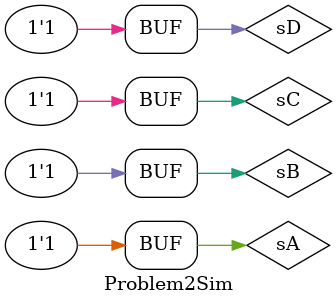
<source format=sv>
`timescale 1ns / 1ps


module Problem2Sim();
    //Creation of signals
    logic sA, sB, sC, sD, sX, sY;
    //Unit under test is Module: Problem1Schematic
    Problem2Equations UUT ( .A(sA), .B(sB), .C(sC), .D(sD), .X(sX), .Y(sY));
    
    initial begin
    
    sA = 0; sB = 0; sC = 0; sD = 0; #10;
    sA = 0; sB = 0; sC = 0; sD = 1; #10;
    sA = 0; sB = 0; sC = 1; sD = 0; #10;
    sA = 0; sB = 0; sC = 1; sD = 1; #10;
    sA = 0; sB = 1; sC = 0; sD = 0; #10;
    sA = 0; sB = 1; sC = 0; sD = 1; #10;
    sA = 0; sB = 1; sC = 1; sD = 0; #10;
    sA = 0; sB = 1; sC = 1; sD = 1; #10;
    sA = 1; sB = 0; sC = 0; sD = 0; #10;
    sA = 1; sB = 0; sC = 0; sD = 1; #10;
    sA = 1; sB = 0; sC = 1; sD = 0; #10;
    sA = 1; sB = 0; sC = 1; sD = 1; #10;
    sA = 1; sB = 1; sC = 0; sD = 0; #10;
    sA = 1; sB = 1; sC = 0; sD = 1; #10;
    sA = 1; sB = 1; sC = 1; sD = 0; #10;
    sA = 1; sB = 1; sC = 1; sD = 1;
    
    end
endmodule

</source>
